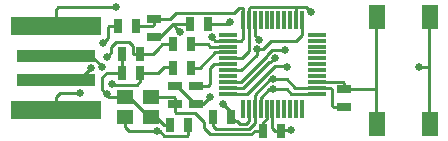
<source format=gtl>
G04 (created by PCBNEW (2013-mar-13)-testing) date Tue 26 Mar 2013 09:26:07 PM EDT*
%MOIN*%
G04 Gerber Fmt 3.4, Leading zero omitted, Abs format*
%FSLAX34Y34*%
G01*
G70*
G90*
G04 APERTURE LIST*
%ADD10C,0.006*%
%ADD11R,0.011811X0.06*%
%ADD12R,0.06X0.011811*%
%ADD13R,0.0551181X0.0472441*%
%ADD14R,0.0551181X0.0826772*%
%ADD15R,0.3X0.06*%
%ADD16R,0.26X0.04*%
%ADD17R,0.025X0.045*%
%ADD18R,0.045X0.025*%
%ADD19C,0.025*%
%ADD20C,0.01*%
G04 APERTURE END LIST*
G54D10*
G54D11*
X70825Y-54423D03*
X70628Y-54423D03*
X70431Y-54423D03*
X70234Y-54423D03*
X70037Y-54423D03*
X69840Y-54423D03*
X71021Y-54423D03*
X71218Y-54423D03*
X71415Y-54423D03*
X71612Y-54423D03*
X71809Y-54423D03*
X70825Y-57376D03*
X70628Y-57376D03*
X70431Y-57376D03*
X70234Y-57376D03*
X70037Y-57376D03*
X69840Y-57376D03*
X71021Y-57376D03*
X71218Y-57376D03*
X71415Y-57376D03*
X71612Y-57376D03*
X71809Y-57376D03*
G54D12*
X69348Y-55900D03*
X72301Y-55900D03*
X69348Y-56096D03*
X72301Y-56096D03*
X72301Y-56293D03*
X69348Y-56293D03*
X69348Y-56490D03*
X72301Y-56490D03*
X72301Y-56687D03*
X69348Y-56687D03*
X69348Y-56884D03*
X72301Y-56884D03*
X72301Y-55703D03*
X69348Y-55703D03*
X69348Y-55506D03*
X72301Y-55506D03*
X72301Y-55309D03*
X69348Y-55309D03*
X69348Y-55112D03*
X72301Y-55112D03*
X72301Y-54915D03*
X69348Y-54915D03*
G54D13*
X66783Y-56990D03*
X65916Y-56990D03*
X65916Y-57659D03*
X66783Y-57659D03*
G54D14*
X74294Y-57891D03*
X74294Y-54308D03*
X76065Y-57891D03*
X76065Y-54308D03*
G54D15*
X63600Y-57440D03*
G54D16*
X63600Y-56440D03*
X63600Y-55640D03*
G54D15*
X63600Y-54640D03*
G54D17*
X65825Y-56175D03*
X66425Y-56175D03*
X67520Y-56020D03*
X68120Y-56020D03*
X67520Y-55240D03*
X68120Y-55240D03*
X65825Y-55550D03*
X66425Y-55550D03*
X70520Y-58120D03*
X71120Y-58120D03*
X68675Y-54550D03*
X68075Y-54550D03*
G54D18*
X67575Y-56625D03*
X67575Y-57225D03*
G54D17*
X68850Y-57650D03*
X69450Y-57650D03*
X67400Y-57925D03*
X68000Y-57925D03*
G54D18*
X68275Y-56625D03*
X68275Y-57225D03*
X66875Y-54375D03*
X66875Y-54975D03*
X73210Y-57315D03*
X73210Y-56715D03*
G54D17*
X66275Y-54625D03*
X65675Y-54625D03*
G54D19*
X68800Y-55000D03*
X70840Y-56400D03*
X70300Y-55400D03*
X69425Y-54500D03*
X70375Y-55075D03*
X65620Y-54000D03*
X75720Y-55980D03*
X67740Y-54820D03*
X72100Y-54160D03*
X70840Y-56740D03*
X68760Y-56980D03*
X65300Y-56900D03*
X71300Y-55980D03*
X70900Y-55680D03*
X64400Y-56860D03*
X65175Y-55200D03*
X64780Y-56040D03*
X65300Y-55650D03*
X65480Y-56560D03*
X65140Y-55980D03*
X71460Y-58080D03*
X66980Y-58140D03*
X69180Y-57220D03*
X71240Y-55420D03*
G54D20*
X72301Y-56687D02*
X72747Y-56687D01*
X72855Y-57315D02*
X73210Y-57315D01*
X72800Y-57260D02*
X72855Y-57315D01*
X72800Y-56740D02*
X72800Y-57260D01*
X72747Y-56687D02*
X72800Y-56740D01*
X70234Y-57376D02*
X70234Y-57865D01*
X68850Y-57950D02*
X68850Y-57650D01*
X68960Y-58060D02*
X68850Y-57950D01*
X70040Y-58060D02*
X68960Y-58060D01*
X70234Y-57865D02*
X70040Y-58060D01*
X66875Y-54375D02*
X67405Y-54375D01*
X69840Y-54020D02*
X69840Y-54423D01*
X69840Y-54020D02*
X69840Y-54020D01*
X69700Y-54020D02*
X69840Y-54020D01*
X69540Y-54180D02*
X69700Y-54020D01*
X67600Y-54180D02*
X69540Y-54180D01*
X67405Y-54375D02*
X67600Y-54180D01*
X69348Y-55112D02*
X68912Y-55112D01*
X68912Y-55112D02*
X68800Y-55000D01*
X71809Y-54423D02*
X71809Y-54930D01*
X71809Y-54930D02*
X71620Y-55120D01*
X71620Y-55120D02*
X70780Y-55120D01*
X70780Y-55120D02*
X70500Y-55400D01*
X70500Y-55400D02*
X70300Y-55400D01*
X70840Y-56400D02*
X71300Y-56400D01*
X71587Y-56687D02*
X72301Y-56687D01*
X71300Y-56400D02*
X71587Y-56687D01*
X69783Y-56096D02*
X70300Y-55580D01*
X69348Y-56096D02*
X69783Y-56096D01*
X70300Y-55580D02*
X70300Y-55400D01*
X70234Y-56925D02*
X70760Y-56400D01*
X70760Y-56400D02*
X70840Y-56400D01*
X70234Y-56925D02*
X70234Y-57376D01*
X69840Y-54423D02*
X69840Y-55034D01*
X69840Y-55034D02*
X69762Y-55112D01*
X69762Y-55112D02*
X69348Y-55112D01*
X66275Y-54625D02*
X66825Y-54625D01*
X66875Y-54575D02*
X66875Y-54375D01*
X66825Y-54625D02*
X66875Y-54575D01*
X70234Y-54423D02*
X70234Y-54934D01*
X69375Y-54550D02*
X68675Y-54550D01*
X69425Y-54500D02*
X69375Y-54550D01*
X70234Y-54934D02*
X70375Y-55075D01*
X63600Y-54640D02*
X63600Y-54080D01*
X63680Y-54000D02*
X65620Y-54000D01*
X63600Y-54080D02*
X63680Y-54000D01*
X76055Y-55980D02*
X75720Y-55980D01*
X76055Y-54183D02*
X76055Y-55980D01*
X76055Y-55980D02*
X76055Y-57766D01*
X71580Y-54000D02*
X71940Y-54000D01*
X67580Y-54660D02*
X67740Y-54820D01*
X67580Y-54660D02*
X67580Y-54550D01*
X71940Y-54000D02*
X72100Y-54160D01*
X68515Y-57225D02*
X68760Y-56980D01*
X68275Y-57225D02*
X68515Y-57225D01*
X66783Y-57659D02*
X66959Y-57659D01*
X67225Y-57925D02*
X67400Y-57925D01*
X66959Y-57659D02*
X67225Y-57925D01*
X65916Y-56990D02*
X66030Y-56990D01*
X66699Y-57659D02*
X66783Y-57659D01*
X66030Y-56990D02*
X66699Y-57659D01*
X65825Y-56175D02*
X65325Y-56175D01*
X65325Y-56175D02*
X65160Y-56340D01*
X65160Y-56340D02*
X65160Y-56760D01*
X65160Y-56760D02*
X65300Y-56900D01*
X65825Y-55550D02*
X65825Y-56175D01*
X68275Y-57225D02*
X68245Y-57225D01*
X67645Y-56625D02*
X67575Y-56625D01*
X68245Y-57225D02*
X67645Y-56625D01*
X71612Y-54423D02*
X71612Y-54032D01*
X70037Y-54042D02*
X70037Y-54423D01*
X70080Y-54000D02*
X70037Y-54042D01*
X71580Y-54000D02*
X70080Y-54000D01*
X71612Y-54032D02*
X71580Y-54000D01*
X70840Y-56740D02*
X71300Y-56740D01*
X70431Y-57008D02*
X70700Y-56740D01*
X70700Y-56740D02*
X70840Y-56740D01*
X70431Y-57376D02*
X70431Y-57008D01*
X71444Y-56884D02*
X72301Y-56884D01*
X71300Y-56740D02*
X71444Y-56884D01*
X69348Y-55703D02*
X69796Y-55703D01*
X70037Y-55462D02*
X70037Y-54423D01*
X69796Y-55703D02*
X70037Y-55462D01*
X66875Y-54975D02*
X67075Y-54975D01*
X67075Y-54975D02*
X67500Y-54550D01*
X67500Y-54550D02*
X67580Y-54550D01*
X67580Y-54550D02*
X68075Y-54550D01*
X65390Y-56990D02*
X65916Y-56990D01*
X65300Y-56900D02*
X65390Y-56990D01*
X69348Y-56884D02*
X69975Y-56884D01*
X69975Y-56884D02*
X70910Y-55950D01*
X71270Y-55950D02*
X71300Y-55980D01*
X70910Y-55950D02*
X71270Y-55950D01*
X70720Y-55820D02*
X70760Y-55820D01*
X70760Y-55820D02*
X70900Y-55680D01*
X69852Y-56687D02*
X70720Y-55820D01*
X69348Y-56687D02*
X69852Y-56687D01*
X73960Y-56715D02*
X74284Y-56715D01*
X74280Y-56720D02*
X74284Y-56720D01*
X74280Y-56719D02*
X74280Y-56720D01*
X74284Y-56715D02*
X74280Y-56719D01*
X74284Y-54183D02*
X74284Y-56720D01*
X74284Y-56720D02*
X74284Y-57766D01*
X73210Y-56715D02*
X73210Y-56510D01*
X73190Y-56490D02*
X72301Y-56490D01*
X73210Y-56510D02*
X73190Y-56490D01*
X73210Y-56715D02*
X73960Y-56715D01*
X67575Y-57225D02*
X67575Y-57475D01*
X70240Y-58120D02*
X70520Y-58120D01*
X70120Y-58240D02*
X70240Y-58120D01*
X68740Y-58240D02*
X70120Y-58240D01*
X68540Y-58040D02*
X68740Y-58240D01*
X68540Y-57820D02*
X68540Y-58040D01*
X68240Y-57520D02*
X68540Y-57820D01*
X67620Y-57520D02*
X68240Y-57520D01*
X67575Y-57475D02*
X67620Y-57520D01*
X70628Y-57376D02*
X70628Y-57731D01*
X70628Y-57731D02*
X70520Y-57840D01*
X70520Y-57840D02*
X70520Y-58120D01*
X66783Y-56990D02*
X67540Y-56990D01*
X67575Y-57025D02*
X67575Y-57225D01*
X67540Y-56990D02*
X67575Y-57025D01*
X63600Y-57440D02*
X63600Y-57000D01*
X65375Y-54625D02*
X65675Y-54625D01*
X65350Y-54650D02*
X65375Y-54625D01*
X65350Y-55025D02*
X65350Y-54650D01*
X65175Y-55200D02*
X65350Y-55025D01*
X63740Y-56860D02*
X64400Y-56860D01*
X63600Y-57000D02*
X63740Y-56860D01*
X63600Y-56440D02*
X64380Y-56440D01*
X64380Y-56440D02*
X64780Y-56040D01*
X65300Y-55650D02*
X65450Y-55500D01*
X65450Y-55500D02*
X65450Y-55325D01*
X65450Y-55325D02*
X65625Y-55150D01*
X65625Y-55150D02*
X66050Y-55150D01*
X66050Y-55150D02*
X66175Y-55275D01*
X66175Y-55275D02*
X66175Y-55550D01*
X66175Y-55550D02*
X66425Y-55550D01*
X66425Y-55550D02*
X66850Y-55550D01*
X66850Y-55550D02*
X67000Y-55400D01*
X67160Y-55240D02*
X67520Y-55240D01*
X67000Y-55400D02*
X67160Y-55240D01*
X63600Y-55640D02*
X64800Y-55640D01*
X65480Y-56560D02*
X65500Y-56580D01*
X65500Y-56580D02*
X66300Y-56580D01*
X66300Y-56580D02*
X66425Y-56455D01*
X66425Y-56455D02*
X66425Y-56175D01*
X64800Y-55640D02*
X65140Y-55980D01*
X66425Y-56175D02*
X67025Y-56175D01*
X67025Y-56175D02*
X67225Y-55975D01*
X67225Y-55975D02*
X67475Y-55975D01*
X67475Y-55975D02*
X67520Y-56020D01*
X70825Y-57376D02*
X70825Y-58025D01*
X70920Y-58120D02*
X71120Y-58120D01*
X70825Y-58025D02*
X70920Y-58120D01*
X66980Y-58140D02*
X67080Y-58140D01*
X68000Y-58260D02*
X68000Y-57925D01*
X67980Y-58280D02*
X68000Y-58260D01*
X67220Y-58280D02*
X67980Y-58280D01*
X67080Y-58140D02*
X67220Y-58280D01*
X65916Y-57659D02*
X65916Y-57996D01*
X71460Y-58080D02*
X71040Y-58080D01*
X66060Y-58140D02*
X66980Y-58140D01*
X65916Y-57996D02*
X66060Y-58140D01*
X69450Y-57650D02*
X69450Y-57490D01*
X69450Y-57490D02*
X69180Y-57220D01*
X69650Y-57775D02*
X69575Y-57775D01*
X69575Y-57775D02*
X69450Y-57650D01*
X70037Y-57787D02*
X70037Y-57376D01*
X69950Y-57875D02*
X70037Y-57787D01*
X69750Y-57875D02*
X69950Y-57875D01*
X69650Y-57775D02*
X69750Y-57875D01*
X70640Y-55640D02*
X70640Y-55580D01*
X70800Y-55420D02*
X71240Y-55420D01*
X70640Y-55580D02*
X70800Y-55420D01*
X69348Y-56490D02*
X69789Y-56490D01*
X69789Y-56490D02*
X70640Y-55640D01*
X68275Y-56625D02*
X68675Y-56625D01*
X68875Y-55900D02*
X69348Y-55900D01*
X68750Y-56025D02*
X68875Y-55900D01*
X68750Y-56550D02*
X68750Y-56025D01*
X68675Y-56625D02*
X68750Y-56550D01*
X68120Y-55240D02*
X68690Y-55240D01*
X68759Y-55309D02*
X69348Y-55309D01*
X68690Y-55240D02*
X68759Y-55309D01*
X68120Y-56020D02*
X68405Y-56020D01*
X68918Y-55506D02*
X69348Y-55506D01*
X68405Y-56020D02*
X68918Y-55506D01*
M02*

</source>
